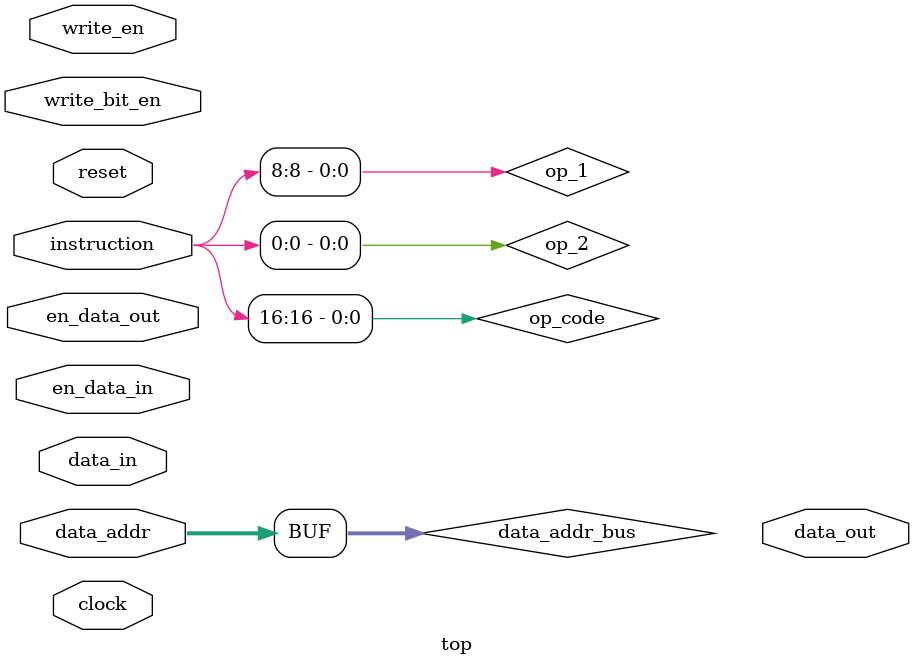
<source format=v>
`timescale 1ns / 1ps

module top(
    
    input clock, reset,
    input write_en,
    input write_bit_en,
    input [7:0] data_addr,
    input [7:0] data_in,
    output [7:0] data_out,
    input en_data_in,
    input en_data_out,
    input [23:0] instruction
    );
    
    //data and addr bus
    
    wire [7:0] data_addr_bus;
    wire [7:0] data_bus;
    
    assign data_addr_bus = data_addr;
    assign data_bus = en_data_in ? data_in : en_data_out ? data_out : data_bus;
    
    wire [7:0] psw_data;
    
    //instrcution register
    
    assign op_code = instruction[23:16];
    assign op_1 = instruction[15:8];
    assign op_2 = instruction[7:0];
    
    assign cy = psw_data[7];
    assign aux_cy = psw_data[6];
    
    reg [7:0] alu_code;
    reg [7:0] src_1; 
    reg [7:0] src_2;
    
    alu_core alu_core_module(
        .clock(clock),
        .reset(reset),
        .alu_opcode(alu_code),
        .op_in_1(src_1), 
        .op_in_2(src_2), 
        .carry_in(cy),
        .aux_carry_in(aux_cy),
        .bit_in(bit_in),
        .overflow_out(ov_new),
        .aux_carry_out(ac_new),
        .carry_out(cy_new),
        .op_out_1(des_1),
        .op_out_2(des_2) 
        );
    
    psw psw_module(
        .clock(clock),
        .reset(reset),
        .carry_in(cy_new),
        .aux_carry_in(ac_new),
        .overflow_in(ov_new), 
        .parity(parity),
        .data_in(data_bus),
        .addr(data_addr_bus),
        .write_en(write_en),
        .write_bit_en(write_bit_en),
        .flag_set(flag_set),
        .psw_data(psw_data) 
        );   
        
    acc_sfr acc_sfr_module(
        .clock(clock), 
        .reset(reset),
        .data_in(data_bus),
        .addr(data_addr_bus),
        .write_en(write_en),
        .write_bit_en(write_bit_en),
        .bit_in(bit_in),
        .acc_data(acc),
        .parity(parity)
    );
    
    b_sfr b_sfr_module(
        .clock(clock), 
        .reset(reset),
        .data_in(data_bus),
        .addr(addr_bus),
        .write_en(write_en),
        .write_bit_en(write_bit_en),
        .bit_in(bit_in),
        .b_data(b)
    );       

     
endmodule

</source>
